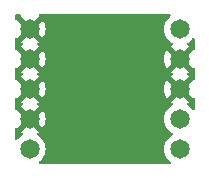
<source format=gbr>
%TF.GenerationSoftware,KiCad,Pcbnew,8.0.6*%
%TF.CreationDate,2025-01-14T17:23:09-07:00*%
%TF.ProjectId,MPPT,4d505054-2e6b-4696-9361-645f70636258,rev?*%
%TF.SameCoordinates,Original*%
%TF.FileFunction,Copper,L1,Top*%
%TF.FilePolarity,Positive*%
%FSLAX46Y46*%
G04 Gerber Fmt 4.6, Leading zero omitted, Abs format (unit mm)*
G04 Created by KiCad (PCBNEW 8.0.6) date 2025-01-14 17:23:09*
%MOMM*%
%LPD*%
G01*
G04 APERTURE LIST*
%TA.AperFunction,ComponentPad*%
%ADD10C,1.650000*%
%TD*%
G04 APERTURE END LIST*
D10*
%TO.P,J1,1*%
%TO.N,/PV-*%
X137160000Y-93980000D03*
%TO.P,J1,2*%
X137160000Y-96520000D03*
%TO.P,J1,3*%
X137160000Y-99060000D03*
%TO.P,J1,4*%
X137160000Y-101600000D03*
%TO.P,J1,5*%
%TO.N,/VBST*%
X137160000Y-104140000D03*
%TD*%
%TO.P,J2,1*%
%TO.N,/VCC*%
X149860000Y-93980000D03*
%TO.P,J2,2*%
%TO.N,/PV-*%
X149860000Y-96520000D03*
%TO.P,J2,3*%
X149860000Y-99060000D03*
%TO.P,J2,4*%
%TO.N,/PV+*%
X149860000Y-101600000D03*
%TO.P,J2,5*%
%TO.N,/OUT*%
X149860000Y-104140000D03*
%TD*%
%TA.AperFunction,Conductor*%
%TO.N,/PV-*%
G36*
X149047283Y-92722185D02*
G01*
X149093038Y-92774989D01*
X149102982Y-92844147D01*
X149073957Y-92907703D01*
X149051367Y-92928075D01*
X149004735Y-92960726D01*
X149004729Y-92960731D01*
X148840731Y-93124729D01*
X148840726Y-93124735D01*
X148707701Y-93314714D01*
X148707699Y-93314718D01*
X148609681Y-93524917D01*
X148549651Y-93748948D01*
X148549650Y-93748955D01*
X148529437Y-93979998D01*
X148529437Y-93980001D01*
X148549650Y-94211044D01*
X148549651Y-94211051D01*
X148609678Y-94435074D01*
X148609679Y-94435076D01*
X148609680Y-94435079D01*
X148707699Y-94645282D01*
X148840730Y-94835269D01*
X149004731Y-94999270D01*
X149194718Y-95132301D01*
X149206710Y-95137893D01*
X149259149Y-95184062D01*
X149278303Y-95251255D01*
X149258089Y-95318137D01*
X149206717Y-95362655D01*
X149194966Y-95368134D01*
X149116576Y-95423022D01*
X149689766Y-95996212D01*
X149647708Y-96007482D01*
X149522292Y-96079890D01*
X149419890Y-96182292D01*
X149347482Y-96307708D01*
X149336212Y-96349766D01*
X148763022Y-95776576D01*
X148708134Y-95854967D01*
X148610152Y-96065090D01*
X148610148Y-96065099D01*
X148550147Y-96289031D01*
X148550145Y-96289041D01*
X148529939Y-96519999D01*
X148529939Y-96520000D01*
X148550145Y-96750958D01*
X148550147Y-96750968D01*
X148610148Y-96974900D01*
X148610152Y-96974909D01*
X148708133Y-97185030D01*
X148763023Y-97263422D01*
X149336212Y-96690233D01*
X149347482Y-96732292D01*
X149419890Y-96857708D01*
X149522292Y-96960110D01*
X149647708Y-97032518D01*
X149689765Y-97043787D01*
X149116576Y-97616975D01*
X149194967Y-97671865D01*
X149207302Y-97677617D01*
X149259742Y-97723789D01*
X149278894Y-97790983D01*
X149258679Y-97857864D01*
X149207304Y-97902381D01*
X149194970Y-97908132D01*
X149194969Y-97908133D01*
X149116576Y-97963022D01*
X149689766Y-98536212D01*
X149647708Y-98547482D01*
X149522292Y-98619890D01*
X149419890Y-98722292D01*
X149347482Y-98847708D01*
X149336212Y-98889766D01*
X148763022Y-98316576D01*
X148708134Y-98394967D01*
X148610152Y-98605090D01*
X148610148Y-98605099D01*
X148550147Y-98829031D01*
X148550145Y-98829041D01*
X148529939Y-99059999D01*
X148529939Y-99060000D01*
X148550145Y-99290958D01*
X148550147Y-99290968D01*
X148610148Y-99514900D01*
X148610152Y-99514909D01*
X148708133Y-99725030D01*
X148763023Y-99803422D01*
X149336212Y-99230233D01*
X149347482Y-99272292D01*
X149419890Y-99397708D01*
X149522292Y-99500110D01*
X149647708Y-99572518D01*
X149689765Y-99583787D01*
X149116576Y-100156975D01*
X149194966Y-100211864D01*
X149206709Y-100217340D01*
X149259149Y-100263511D01*
X149278303Y-100330704D01*
X149258089Y-100397586D01*
X149206716Y-100442104D01*
X149194722Y-100447697D01*
X149194714Y-100447701D01*
X149004735Y-100580726D01*
X149004729Y-100580731D01*
X148840731Y-100744729D01*
X148840726Y-100744735D01*
X148707701Y-100934714D01*
X148707699Y-100934718D01*
X148609681Y-101144917D01*
X148549651Y-101368948D01*
X148549650Y-101368955D01*
X148529437Y-101599998D01*
X148529437Y-101600001D01*
X148549650Y-101831044D01*
X148549651Y-101831051D01*
X148609678Y-102055074D01*
X148609679Y-102055076D01*
X148609680Y-102055079D01*
X148707699Y-102265282D01*
X148840730Y-102455269D01*
X149004731Y-102619270D01*
X149194718Y-102752301D01*
X149206121Y-102757618D01*
X149258560Y-102803790D01*
X149277712Y-102870984D01*
X149257496Y-102937865D01*
X149206123Y-102982381D01*
X149194720Y-102987698D01*
X149194714Y-102987701D01*
X149004735Y-103120726D01*
X149004729Y-103120731D01*
X148840731Y-103284729D01*
X148840726Y-103284735D01*
X148707701Y-103474714D01*
X148707699Y-103474718D01*
X148609681Y-103684917D01*
X148549651Y-103908948D01*
X148549650Y-103908955D01*
X148529437Y-104139998D01*
X148529437Y-104140001D01*
X148549650Y-104371044D01*
X148549651Y-104371051D01*
X148609678Y-104595074D01*
X148609679Y-104595076D01*
X148609680Y-104595079D01*
X148707699Y-104805282D01*
X148840730Y-104995269D01*
X149004731Y-105159270D01*
X149004733Y-105159272D01*
X149004735Y-105159273D01*
X149051367Y-105191925D01*
X149094992Y-105246502D01*
X149102185Y-105316000D01*
X149070663Y-105378355D01*
X149010433Y-105413769D01*
X148980244Y-105417500D01*
X138039756Y-105417500D01*
X137972717Y-105397815D01*
X137926962Y-105345011D01*
X137917018Y-105275853D01*
X137946043Y-105212297D01*
X137968633Y-105191925D01*
X138015269Y-105159270D01*
X138179270Y-104995269D01*
X138312301Y-104805282D01*
X138410320Y-104595079D01*
X138470349Y-104371050D01*
X138490563Y-104140000D01*
X138470349Y-103908950D01*
X138410320Y-103684921D01*
X138312301Y-103474719D01*
X138312299Y-103474716D01*
X138312298Y-103474714D01*
X138179273Y-103284735D01*
X138179268Y-103284729D01*
X138015269Y-103120730D01*
X138015263Y-103120726D01*
X137825282Y-102987699D01*
X137813880Y-102982382D01*
X137813286Y-102982105D01*
X137760848Y-102935932D01*
X137741697Y-102868738D01*
X137761914Y-102801857D01*
X137813294Y-102757339D01*
X137825034Y-102751864D01*
X137903422Y-102696976D01*
X137903422Y-102696975D01*
X137330235Y-102123787D01*
X137372292Y-102112518D01*
X137497708Y-102040110D01*
X137600110Y-101937708D01*
X137672518Y-101812292D01*
X137683787Y-101770234D01*
X138256975Y-102343422D01*
X138256976Y-102343422D01*
X138311865Y-102265034D01*
X138311867Y-102265030D01*
X138409847Y-102054909D01*
X138409851Y-102054900D01*
X138469852Y-101830968D01*
X138469854Y-101830958D01*
X138490061Y-101600000D01*
X138490061Y-101599999D01*
X138469854Y-101369041D01*
X138469852Y-101369031D01*
X138409851Y-101145099D01*
X138409847Y-101145090D01*
X138311867Y-100934971D01*
X138311866Y-100934969D01*
X138256975Y-100856577D01*
X138256975Y-100856576D01*
X137683787Y-101429764D01*
X137672518Y-101387708D01*
X137600110Y-101262292D01*
X137497708Y-101159890D01*
X137372292Y-101087482D01*
X137330234Y-101076212D01*
X137903422Y-100503023D01*
X137825032Y-100448134D01*
X137812698Y-100442383D01*
X137760258Y-100396211D01*
X137741106Y-100329017D01*
X137761321Y-100262136D01*
X137812701Y-100217616D01*
X137825033Y-100211865D01*
X137825034Y-100211865D01*
X137903422Y-100156976D01*
X137903422Y-100156975D01*
X137330235Y-99583787D01*
X137372292Y-99572518D01*
X137497708Y-99500110D01*
X137600110Y-99397708D01*
X137672518Y-99272292D01*
X137683787Y-99230234D01*
X138256975Y-99803422D01*
X138256976Y-99803422D01*
X138311865Y-99725034D01*
X138311867Y-99725030D01*
X138409847Y-99514909D01*
X138409851Y-99514900D01*
X138469852Y-99290968D01*
X138469854Y-99290958D01*
X138490061Y-99060000D01*
X138490061Y-99059999D01*
X138469854Y-98829041D01*
X138469852Y-98829031D01*
X138409851Y-98605099D01*
X138409847Y-98605090D01*
X138311867Y-98394971D01*
X138311866Y-98394969D01*
X138256975Y-98316577D01*
X138256975Y-98316576D01*
X137683787Y-98889764D01*
X137672518Y-98847708D01*
X137600110Y-98722292D01*
X137497708Y-98619890D01*
X137372292Y-98547482D01*
X137330234Y-98536212D01*
X137903422Y-97963023D01*
X137825032Y-97908134D01*
X137812698Y-97902383D01*
X137760258Y-97856211D01*
X137741106Y-97789017D01*
X137761321Y-97722136D01*
X137812701Y-97677616D01*
X137825033Y-97671865D01*
X137825034Y-97671865D01*
X137903422Y-97616976D01*
X137903422Y-97616975D01*
X137330235Y-97043787D01*
X137372292Y-97032518D01*
X137497708Y-96960110D01*
X137600110Y-96857708D01*
X137672518Y-96732292D01*
X137683787Y-96690234D01*
X138256975Y-97263422D01*
X138256976Y-97263422D01*
X138311865Y-97185034D01*
X138311867Y-97185030D01*
X138409847Y-96974909D01*
X138409851Y-96974900D01*
X138469852Y-96750968D01*
X138469854Y-96750958D01*
X138490061Y-96520000D01*
X138490061Y-96519999D01*
X138469854Y-96289041D01*
X138469852Y-96289031D01*
X138409851Y-96065099D01*
X138409847Y-96065090D01*
X138311867Y-95854971D01*
X138311866Y-95854969D01*
X138256975Y-95776577D01*
X138256975Y-95776576D01*
X137683787Y-96349764D01*
X137672518Y-96307708D01*
X137600110Y-96182292D01*
X137497708Y-96079890D01*
X137372292Y-96007482D01*
X137330234Y-95996212D01*
X137903422Y-95423023D01*
X137825032Y-95368134D01*
X137812698Y-95362383D01*
X137760258Y-95316211D01*
X137741106Y-95249017D01*
X137761321Y-95182136D01*
X137812701Y-95137616D01*
X137825033Y-95131865D01*
X137825034Y-95131865D01*
X137903422Y-95076976D01*
X137903422Y-95076975D01*
X137330235Y-94503787D01*
X137372292Y-94492518D01*
X137497708Y-94420110D01*
X137600110Y-94317708D01*
X137672518Y-94192292D01*
X137683787Y-94150234D01*
X138256975Y-94723422D01*
X138256976Y-94723422D01*
X138311865Y-94645034D01*
X138311867Y-94645030D01*
X138409847Y-94434909D01*
X138409851Y-94434900D01*
X138469852Y-94210968D01*
X138469854Y-94210958D01*
X138490061Y-93980000D01*
X138490061Y-93979999D01*
X138469854Y-93749041D01*
X138469852Y-93749031D01*
X138409851Y-93525099D01*
X138409847Y-93525090D01*
X138311867Y-93314971D01*
X138311866Y-93314969D01*
X138256975Y-93236577D01*
X138256975Y-93236576D01*
X137683787Y-93809764D01*
X137672518Y-93767708D01*
X137600110Y-93642292D01*
X137497708Y-93539890D01*
X137372292Y-93467482D01*
X137330234Y-93456212D01*
X137903422Y-92883023D01*
X137899423Y-92837307D01*
X137913190Y-92768807D01*
X137961805Y-92718624D01*
X138022951Y-92702500D01*
X148980244Y-92702500D01*
X149047283Y-92722185D01*
G37*
%TD.AperFunction*%
%TA.AperFunction,Conductor*%
G36*
X136647482Y-101812292D02*
G01*
X136719890Y-101937708D01*
X136822292Y-102040110D01*
X136947708Y-102112518D01*
X136989765Y-102123787D01*
X136416576Y-102696975D01*
X136494966Y-102751864D01*
X136506709Y-102757340D01*
X136559149Y-102803511D01*
X136578303Y-102870704D01*
X136558089Y-102937586D01*
X136506716Y-102982104D01*
X136494722Y-102987697D01*
X136494714Y-102987701D01*
X136304735Y-103120726D01*
X136304729Y-103120731D01*
X136140731Y-103284729D01*
X136140724Y-103284738D01*
X136108074Y-103331367D01*
X136053497Y-103374992D01*
X135983999Y-103382184D01*
X135921644Y-103350662D01*
X135886231Y-103290432D01*
X135882500Y-103260243D01*
X135882500Y-102462950D01*
X135902185Y-102395911D01*
X135954989Y-102350156D01*
X136017308Y-102339422D01*
X136063024Y-102343422D01*
X136636212Y-101770233D01*
X136647482Y-101812292D01*
G37*
%TD.AperFunction*%
%TA.AperFunction,Conductor*%
G36*
X136647482Y-99272292D02*
G01*
X136719890Y-99397708D01*
X136822292Y-99500110D01*
X136947708Y-99572518D01*
X136989765Y-99583787D01*
X136416576Y-100156975D01*
X136494967Y-100211865D01*
X136507302Y-100217617D01*
X136559742Y-100263789D01*
X136578894Y-100330983D01*
X136558679Y-100397864D01*
X136507304Y-100442381D01*
X136494970Y-100448132D01*
X136494969Y-100448133D01*
X136416576Y-100503022D01*
X136989766Y-101076212D01*
X136947708Y-101087482D01*
X136822292Y-101159890D01*
X136719890Y-101262292D01*
X136647482Y-101387708D01*
X136636212Y-101429766D01*
X136063022Y-100856576D01*
X136017307Y-100860576D01*
X135948807Y-100846809D01*
X135898624Y-100798194D01*
X135882500Y-100737048D01*
X135882500Y-99922950D01*
X135902185Y-99855911D01*
X135954989Y-99810156D01*
X136017308Y-99799422D01*
X136063024Y-99803422D01*
X136636212Y-99230233D01*
X136647482Y-99272292D01*
G37*
%TD.AperFunction*%
%TA.AperFunction,Conductor*%
G36*
X150956975Y-99803421D02*
G01*
X151002693Y-99799422D01*
X151071193Y-99813189D01*
X151121376Y-99861804D01*
X151137500Y-99922950D01*
X151137500Y-100720243D01*
X151117815Y-100787282D01*
X151065011Y-100833037D01*
X150995853Y-100842981D01*
X150932297Y-100813956D01*
X150911926Y-100791367D01*
X150879275Y-100744738D01*
X150879268Y-100744729D01*
X150715269Y-100580730D01*
X150525903Y-100448134D01*
X150525282Y-100447699D01*
X150513882Y-100442383D01*
X150513286Y-100442105D01*
X150460848Y-100395932D01*
X150441697Y-100328738D01*
X150461914Y-100261857D01*
X150513294Y-100217339D01*
X150525034Y-100211864D01*
X150603422Y-100156976D01*
X150603422Y-100156975D01*
X150030235Y-99583787D01*
X150072292Y-99572518D01*
X150197708Y-99500110D01*
X150300110Y-99397708D01*
X150372518Y-99272292D01*
X150383787Y-99230234D01*
X150956975Y-99803421D01*
G37*
%TD.AperFunction*%
%TA.AperFunction,Conductor*%
G36*
X136647482Y-96732292D02*
G01*
X136719890Y-96857708D01*
X136822292Y-96960110D01*
X136947708Y-97032518D01*
X136989765Y-97043787D01*
X136416576Y-97616975D01*
X136494967Y-97671865D01*
X136507302Y-97677617D01*
X136559742Y-97723789D01*
X136578894Y-97790983D01*
X136558679Y-97857864D01*
X136507304Y-97902381D01*
X136494970Y-97908132D01*
X136494969Y-97908133D01*
X136416576Y-97963022D01*
X136989766Y-98536212D01*
X136947708Y-98547482D01*
X136822292Y-98619890D01*
X136719890Y-98722292D01*
X136647482Y-98847708D01*
X136636212Y-98889766D01*
X136063022Y-98316576D01*
X136017307Y-98320576D01*
X135948807Y-98306809D01*
X135898624Y-98258194D01*
X135882500Y-98197048D01*
X135882500Y-97382950D01*
X135902185Y-97315911D01*
X135954989Y-97270156D01*
X136017308Y-97259422D01*
X136063024Y-97263422D01*
X136636212Y-96690233D01*
X136647482Y-96732292D01*
G37*
%TD.AperFunction*%
%TA.AperFunction,Conductor*%
G36*
X150956975Y-97263421D02*
G01*
X151002693Y-97259422D01*
X151071193Y-97273189D01*
X151121376Y-97321804D01*
X151137500Y-97382950D01*
X151137500Y-98197049D01*
X151117815Y-98264088D01*
X151065011Y-98309843D01*
X151002692Y-98320577D01*
X150956975Y-98316576D01*
X150383787Y-98889764D01*
X150372518Y-98847708D01*
X150300110Y-98722292D01*
X150197708Y-98619890D01*
X150072292Y-98547482D01*
X150030234Y-98536212D01*
X150603422Y-97963023D01*
X150525032Y-97908134D01*
X150512698Y-97902383D01*
X150460258Y-97856211D01*
X150441106Y-97789017D01*
X150461321Y-97722136D01*
X150512701Y-97677616D01*
X150525033Y-97671865D01*
X150525034Y-97671865D01*
X150603422Y-97616976D01*
X150603422Y-97616975D01*
X150030235Y-97043787D01*
X150072292Y-97032518D01*
X150197708Y-96960110D01*
X150300110Y-96857708D01*
X150372518Y-96732292D01*
X150383787Y-96690234D01*
X150956975Y-97263421D01*
G37*
%TD.AperFunction*%
%TA.AperFunction,Conductor*%
G36*
X136647482Y-94192292D02*
G01*
X136719890Y-94317708D01*
X136822292Y-94420110D01*
X136947708Y-94492518D01*
X136989765Y-94503787D01*
X136416576Y-95076975D01*
X136494967Y-95131865D01*
X136507302Y-95137617D01*
X136559742Y-95183789D01*
X136578894Y-95250983D01*
X136558679Y-95317864D01*
X136507304Y-95362381D01*
X136494970Y-95368132D01*
X136494969Y-95368133D01*
X136416576Y-95423022D01*
X136989766Y-95996212D01*
X136947708Y-96007482D01*
X136822292Y-96079890D01*
X136719890Y-96182292D01*
X136647482Y-96307708D01*
X136636212Y-96349766D01*
X136063022Y-95776576D01*
X136017307Y-95780576D01*
X135948807Y-95766809D01*
X135898624Y-95718194D01*
X135882500Y-95657048D01*
X135882500Y-94842950D01*
X135902185Y-94775911D01*
X135954989Y-94730156D01*
X136017308Y-94719422D01*
X136063024Y-94723422D01*
X136636212Y-94150233D01*
X136647482Y-94192292D01*
G37*
%TD.AperFunction*%
%TA.AperFunction,Conductor*%
G36*
X151098355Y-94769337D02*
G01*
X151133769Y-94829567D01*
X151137500Y-94859756D01*
X151137500Y-95657049D01*
X151117815Y-95724088D01*
X151065011Y-95769843D01*
X151002692Y-95780577D01*
X150956975Y-95776576D01*
X150383787Y-96349764D01*
X150372518Y-96307708D01*
X150300110Y-96182292D01*
X150197708Y-96079890D01*
X150072292Y-96007482D01*
X150030234Y-95996212D01*
X150603422Y-95423023D01*
X150525029Y-95368132D01*
X150513286Y-95362656D01*
X150460848Y-95316482D01*
X150441697Y-95249289D01*
X150461914Y-95182408D01*
X150513289Y-95137893D01*
X150525282Y-95132301D01*
X150715269Y-94999270D01*
X150879270Y-94835269D01*
X150911925Y-94788632D01*
X150966502Y-94745008D01*
X151036000Y-94737815D01*
X151098355Y-94769337D01*
G37*
%TD.AperFunction*%
%TA.AperFunction,Conductor*%
G36*
X136364088Y-92722185D02*
G01*
X136409843Y-92774989D01*
X136420577Y-92837308D01*
X136416577Y-92883023D01*
X136989766Y-93456212D01*
X136947708Y-93467482D01*
X136822292Y-93539890D01*
X136719890Y-93642292D01*
X136647482Y-93767708D01*
X136636212Y-93809766D01*
X136063022Y-93236576D01*
X136017307Y-93240576D01*
X135948807Y-93226809D01*
X135898624Y-93178194D01*
X135882500Y-93117048D01*
X135882500Y-92826500D01*
X135902185Y-92759461D01*
X135954989Y-92713706D01*
X136006500Y-92702500D01*
X136297049Y-92702500D01*
X136364088Y-92722185D01*
G37*
%TD.AperFunction*%
%TD*%
M02*

</source>
